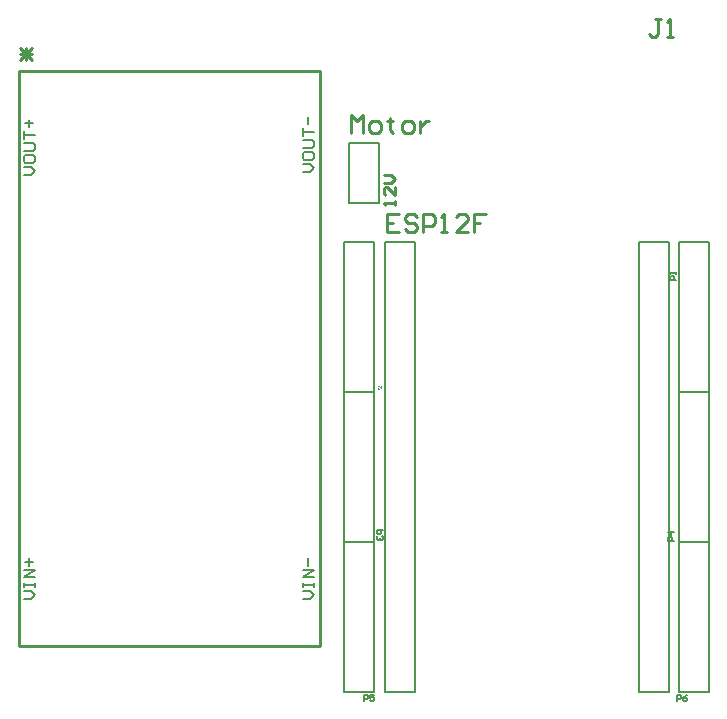
<source format=gto>
G04 Layer_Color=15132400*
%FSLAX24Y24*%
%MOIN*%
G70*
G01*
G75*
%ADD24C,0.0070*%
%ADD25C,0.0080*%
%ADD26C,0.0079*%
%ADD27C,0.0100*%
%ADD28C,0.0050*%
%ADD29C,0.0059*%
G36*
X36112Y21198D02*
X36113Y21197D01*
X36115Y21197D01*
X36117Y21197D01*
X36118Y21196D01*
X36123Y21195D01*
X36127Y21193D01*
X36130Y21192D01*
X36132Y21191D01*
X36134Y21189D01*
X36137Y21187D01*
X36137Y21187D01*
X36137Y21187D01*
X36138Y21186D01*
X36138Y21185D01*
X36139Y21184D01*
X36140Y21182D01*
X36141Y21181D01*
X36142Y21179D01*
X36143Y21176D01*
X36144Y21174D01*
X36145Y21170D01*
X36146Y21167D01*
X36147Y21163D01*
X36147Y21159D01*
X36148Y21155D01*
X36148Y21150D01*
Y21117D01*
X36200D01*
Y21100D01*
X36072D01*
Y21148D01*
Y21148D01*
Y21149D01*
Y21149D01*
Y21150D01*
Y21152D01*
X36072Y21155D01*
X36072Y21158D01*
X36072Y21162D01*
X36073Y21165D01*
X36073Y21168D01*
Y21168D01*
Y21168D01*
X36074Y21169D01*
X36074Y21171D01*
X36075Y21173D01*
X36075Y21176D01*
X36076Y21178D01*
X36078Y21181D01*
X36079Y21183D01*
X36079Y21184D01*
X36080Y21185D01*
X36081Y21186D01*
X36082Y21187D01*
X36084Y21189D01*
X36086Y21190D01*
X36089Y21192D01*
X36092Y21194D01*
X36092Y21194D01*
X36093Y21194D01*
X36095Y21195D01*
X36097Y21196D01*
X36099Y21197D01*
X36102Y21197D01*
X36105Y21198D01*
X36109Y21198D01*
X36110D01*
X36112Y21198D01*
D02*
G37*
G36*
X36200Y21211D02*
X36198D01*
X36196Y21211D01*
X36195Y21211D01*
X36193Y21211D01*
X36191Y21212D01*
X36189Y21213D01*
X36189D01*
X36189Y21213D01*
X36188Y21213D01*
X36186Y21214D01*
X36184Y21215D01*
X36181Y21216D01*
X36178Y21218D01*
X36175Y21220D01*
X36172Y21223D01*
X36172D01*
X36172Y21223D01*
X36171Y21224D01*
X36169Y21226D01*
X36167Y21228D01*
X36164Y21231D01*
X36161Y21235D01*
X36157Y21239D01*
X36153Y21244D01*
X36153Y21244D01*
X36152Y21244D01*
X36151Y21245D01*
X36150Y21247D01*
X36149Y21249D01*
X36147Y21251D01*
X36143Y21255D01*
X36139Y21260D01*
X36134Y21264D01*
X36132Y21267D01*
X36130Y21268D01*
X36128Y21270D01*
X36126Y21272D01*
X36126D01*
X36125Y21272D01*
X36125Y21273D01*
X36124Y21273D01*
X36122Y21274D01*
X36119Y21275D01*
X36117Y21277D01*
X36113Y21278D01*
X36110Y21279D01*
X36107Y21279D01*
X36106D01*
X36105Y21279D01*
X36103Y21279D01*
X36101Y21278D01*
X36099Y21277D01*
X36096Y21276D01*
X36093Y21275D01*
X36091Y21272D01*
X36091Y21272D01*
X36090Y21271D01*
X36089Y21270D01*
X36087Y21268D01*
X36086Y21265D01*
X36085Y21262D01*
X36085Y21259D01*
X36084Y21255D01*
Y21255D01*
Y21254D01*
Y21254D01*
X36085Y21253D01*
X36085Y21251D01*
X36085Y21248D01*
X36086Y21245D01*
X36087Y21242D01*
X36089Y21239D01*
X36091Y21237D01*
X36092Y21237D01*
X36093Y21236D01*
X36094Y21235D01*
X36096Y21233D01*
X36099Y21232D01*
X36102Y21231D01*
X36106Y21230D01*
X36110Y21230D01*
X36108Y21214D01*
X36108D01*
X36107Y21214D01*
X36105Y21214D01*
X36104Y21214D01*
X36102Y21215D01*
X36098Y21216D01*
X36094Y21217D01*
X36089Y21220D01*
X36085Y21222D01*
X36083Y21224D01*
X36081Y21226D01*
X36081Y21226D01*
X36080Y21227D01*
X36080Y21227D01*
X36079Y21228D01*
X36079Y21229D01*
X36078Y21230D01*
X36077Y21232D01*
X36076Y21234D01*
X36075Y21236D01*
X36074Y21238D01*
X36073Y21240D01*
X36073Y21243D01*
X36072Y21249D01*
X36071Y21252D01*
X36071Y21255D01*
Y21255D01*
Y21256D01*
Y21257D01*
X36071Y21258D01*
X36072Y21260D01*
X36072Y21262D01*
X36072Y21264D01*
X36073Y21266D01*
X36074Y21270D01*
X36076Y21275D01*
X36077Y21278D01*
X36078Y21280D01*
X36080Y21282D01*
X36082Y21284D01*
X36082Y21285D01*
X36082Y21285D01*
X36083Y21285D01*
X36083Y21286D01*
X36085Y21287D01*
X36086Y21288D01*
X36089Y21290D01*
X36092Y21292D01*
X36097Y21294D01*
X36102Y21295D01*
X36104Y21295D01*
X36107Y21295D01*
X36108D01*
X36110Y21295D01*
X36112Y21295D01*
X36114Y21295D01*
X36117Y21294D01*
X36119Y21293D01*
X36122Y21292D01*
X36123Y21292D01*
X36124Y21291D01*
X36125Y21291D01*
X36127Y21290D01*
X36129Y21288D01*
X36132Y21286D01*
X36135Y21284D01*
X36138Y21282D01*
X36138Y21281D01*
X36139Y21280D01*
X36141Y21278D01*
X36142Y21277D01*
X36144Y21276D01*
X36145Y21274D01*
X36147Y21272D01*
X36149Y21270D01*
X36151Y21268D01*
X36153Y21266D01*
X36155Y21263D01*
X36158Y21260D01*
X36160Y21257D01*
X36161Y21257D01*
X36161Y21257D01*
X36162Y21256D01*
X36162Y21255D01*
X36164Y21253D01*
X36167Y21250D01*
X36170Y21247D01*
X36172Y21244D01*
X36175Y21241D01*
X36176Y21240D01*
X36177Y21239D01*
X36177Y21239D01*
X36177Y21239D01*
X36178Y21238D01*
X36179Y21237D01*
X36182Y21235D01*
X36185Y21233D01*
Y21296D01*
X36200D01*
Y21211D01*
D02*
G37*
%LPC*%
G36*
X36110Y21180D02*
X36108D01*
X36107Y21180D01*
X36105Y21180D01*
X36102Y21179D01*
X36100Y21178D01*
X36098Y21177D01*
X36096Y21176D01*
X36095Y21176D01*
X36095Y21175D01*
X36094Y21174D01*
X36093Y21173D01*
X36091Y21172D01*
X36090Y21170D01*
X36089Y21168D01*
X36088Y21165D01*
Y21165D01*
X36088Y21165D01*
X36088Y21163D01*
X36087Y21162D01*
X36087Y21160D01*
X36087Y21157D01*
X36087Y21153D01*
Y21150D01*
Y21117D01*
X36133D01*
Y21150D01*
Y21150D01*
Y21151D01*
Y21151D01*
X36133Y21153D01*
Y21154D01*
X36132Y21155D01*
X36132Y21159D01*
X36131Y21163D01*
X36130Y21167D01*
X36129Y21170D01*
X36128Y21172D01*
X36127Y21173D01*
X36126Y21174D01*
X36126Y21174D01*
X36124Y21175D01*
X36122Y21177D01*
X36120Y21178D01*
X36117Y21179D01*
X36113Y21180D01*
X36110Y21180D01*
D02*
G37*
%LPD*%
D24*
X35100Y27400D02*
X36100D01*
Y29400D01*
X35100Y27400D02*
Y29400D01*
X36100D01*
D25*
X44765Y11100D02*
Y26100D01*
Y11100D02*
X45765D01*
Y26100D01*
X44765D02*
X45765D01*
X36300Y11100D02*
Y26100D01*
Y11100D02*
X37300D01*
Y26100D01*
X36300D02*
X37300D01*
D26*
X46100Y11100D02*
Y16100D01*
X47100D01*
Y11100D02*
Y16100D01*
X46100Y11100D02*
X47100D01*
X35950D02*
Y16100D01*
X34950Y11100D02*
X35950D01*
X34950D02*
Y16100D01*
X35950D01*
Y21100D01*
X34950Y16100D02*
X35950D01*
X34950D02*
Y21100D01*
X35950D01*
X46100Y16100D02*
Y21100D01*
X47100D01*
Y16100D02*
Y21100D01*
X46100Y16100D02*
X47100D01*
X46100Y21100D02*
Y26100D01*
X47100D01*
Y21100D02*
Y26100D01*
X46100Y21100D02*
X47100D01*
X35950D02*
Y26100D01*
X34950Y21100D02*
X35950D01*
X34950D02*
Y26100D01*
X35950D01*
D27*
X24100Y31800D02*
X34150D01*
Y12650D02*
Y31800D01*
X24100Y12650D02*
X34150D01*
X24100D02*
Y31800D01*
X36650Y27350D02*
Y27481D01*
Y27416D01*
X36256D01*
X36322Y27350D01*
X36650Y27940D02*
Y27678D01*
X36388Y27940D01*
X36322D01*
X36256Y27875D01*
Y27744D01*
X36322Y27678D01*
X36256Y28072D02*
X36519D01*
X36650Y28203D01*
X36519Y28334D01*
X36256D01*
X35170Y29730D02*
Y30330D01*
X35370Y30130D01*
X35570Y30330D01*
Y29730D01*
X35870D02*
X36070D01*
X36170Y29830D01*
Y30030D01*
X36070Y30130D01*
X35870D01*
X35770Y30030D01*
Y29830D01*
X35870Y29730D01*
X36470Y30230D02*
Y30130D01*
X36370D01*
X36570D01*
X36470D01*
Y29830D01*
X36570Y29730D01*
X36969D02*
X37169D01*
X37269Y29830D01*
Y30030D01*
X37169Y30130D01*
X36969D01*
X36869Y30030D01*
Y29830D01*
X36969Y29730D01*
X37469Y30130D02*
Y29730D01*
Y29930D01*
X37569Y30030D01*
X37669Y30130D01*
X37769D01*
X36760Y27040D02*
X36360D01*
Y26440D01*
X36760D01*
X36360Y26740D02*
X36560D01*
X37360Y26940D02*
X37260Y27040D01*
X37060D01*
X36960Y26940D01*
Y26840D01*
X37060Y26740D01*
X37260D01*
X37360Y26640D01*
Y26540D01*
X37260Y26440D01*
X37060D01*
X36960Y26540D01*
X37560Y26440D02*
Y27040D01*
X37860D01*
X37959Y26940D01*
Y26740D01*
X37860Y26640D01*
X37560D01*
X38159Y26440D02*
X38359D01*
X38259D01*
Y27040D01*
X38159Y26940D01*
X39059Y26440D02*
X38659D01*
X39059Y26840D01*
Y26940D01*
X38959Y27040D01*
X38759D01*
X38659Y26940D01*
X39659Y27040D02*
X39259D01*
Y26740D01*
X39459D01*
X39259D01*
Y26440D01*
X45500Y33550D02*
X45300D01*
X45400D01*
Y33050D01*
X45300Y32950D01*
X45200D01*
X45100Y33050D01*
X45700Y32950D02*
X45900D01*
X45800D01*
Y33550D01*
X45700Y33450D01*
X24145Y32555D02*
X24545Y32155D01*
X24145D02*
X24545Y32555D01*
X24145Y32355D02*
X24545D01*
X24345Y32155D02*
Y32555D01*
D28*
X46000Y24850D02*
X45800D01*
Y24950D01*
X45833Y24983D01*
X45900D01*
X45933Y24950D01*
Y24850D01*
X46000Y25050D02*
Y25117D01*
Y25083D01*
X45800D01*
X45833Y25050D01*
X36250Y16500D02*
X36050D01*
Y16400D01*
X36083Y16367D01*
X36150D01*
X36183Y16400D01*
Y16500D01*
X36083Y16300D02*
X36050Y16267D01*
Y16200D01*
X36083Y16167D01*
X36117D01*
X36150Y16200D01*
Y16233D01*
Y16200D01*
X36183Y16167D01*
X36217D01*
X36250Y16200D01*
Y16267D01*
X36217Y16300D01*
X45950Y16150D02*
X45750D01*
Y16250D01*
X45783Y16283D01*
X45850D01*
X45883Y16250D01*
Y16150D01*
X45950Y16450D02*
X45750D01*
X45850Y16350D01*
Y16483D01*
X35600Y10800D02*
Y11000D01*
X35700D01*
X35733Y10967D01*
Y10900D01*
X35700Y10867D01*
X35600D01*
X35933Y11000D02*
X35800D01*
Y10900D01*
X35867Y10933D01*
X35900D01*
X35933Y10900D01*
Y10833D01*
X35900Y10800D01*
X35833D01*
X35800Y10833D01*
X46050Y10800D02*
Y11000D01*
X46150D01*
X46183Y10967D01*
Y10900D01*
X46150Y10867D01*
X46050D01*
X46383Y11000D02*
X46317Y10967D01*
X46250Y10900D01*
Y10833D01*
X46283Y10800D01*
X46350D01*
X46383Y10833D01*
Y10867D01*
X46350Y10900D01*
X46250D01*
D29*
X33556Y28450D02*
X33819D01*
X33950Y28581D01*
X33819Y28712D01*
X33556D01*
Y29040D02*
Y28909D01*
X33622Y28844D01*
X33884D01*
X33950Y28909D01*
Y29040D01*
X33884Y29106D01*
X33622D01*
X33556Y29040D01*
Y29237D02*
X33884D01*
X33950Y29303D01*
Y29434D01*
X33884Y29500D01*
X33556D01*
Y29631D02*
Y29893D01*
Y29762D01*
X33950D01*
X33753Y30024D02*
Y30287D01*
X24257Y28350D02*
X24519D01*
X24650Y28481D01*
X24519Y28612D01*
X24257D01*
Y28940D02*
Y28809D01*
X24322Y28744D01*
X24585D01*
X24650Y28809D01*
Y28940D01*
X24585Y29006D01*
X24322D01*
X24257Y28940D01*
Y29137D02*
X24585D01*
X24650Y29203D01*
Y29334D01*
X24585Y29400D01*
X24257D01*
Y29531D02*
Y29793D01*
Y29662D01*
X24650D01*
X24454Y29924D02*
Y30187D01*
X24322Y30055D02*
X24585D01*
X24257Y14200D02*
X24519D01*
X24650Y14332D01*
X24519Y14463D01*
X24257D01*
Y14594D02*
Y14725D01*
Y14660D01*
X24650D01*
Y14594D01*
Y14725D01*
Y14922D02*
X24257D01*
X24650Y15184D01*
X24257D01*
X24454Y15316D02*
Y15578D01*
X24322Y15447D02*
X24585D01*
X33556Y14200D02*
X33819D01*
X33950Y14331D01*
X33819Y14462D01*
X33556D01*
Y14594D02*
Y14725D01*
Y14659D01*
X33950D01*
Y14594D01*
Y14725D01*
Y14922D02*
X33556D01*
X33950Y15184D01*
X33556D01*
X33753Y15315D02*
Y15578D01*
M02*

</source>
